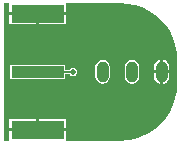
<source format=gtl>
G04*
G04 #@! TF.GenerationSoftware,Altium Limited,CircuitStudio,1.5.2 (30)*
G04*
G04 Layer_Physical_Order=1*
G04 Layer_Color=11767835*
%FSLAX25Y25*%
%MOIN*%
G70*
G01*
G75*
%ADD10R,0.17716X0.05906*%
%ADD11R,0.17716X0.03937*%
%ADD12C,0.00591*%
%ADD13O,0.03937X0.07087*%
%ADD14C,0.01969*%
G36*
X435549Y440084D02*
X437985Y439600D01*
X440337Y438801D01*
X442564Y437703D01*
X444629Y436323D01*
X446497Y434686D01*
X448134Y432818D01*
X449514Y430753D01*
X450612Y428526D01*
X451411Y426174D01*
X451895Y423738D01*
X452057Y421276D01*
X452053Y421260D01*
Y413386D01*
X452057Y413370D01*
X451895Y410908D01*
X451411Y408472D01*
X450612Y406120D01*
X449514Y403893D01*
X448134Y401827D01*
X446497Y399960D01*
X444629Y398323D01*
X442564Y396943D01*
X440337Y395844D01*
X437985Y395046D01*
X435549Y394562D01*
X433087Y394400D01*
X433071Y394403D01*
X414961D01*
Y397433D01*
X405512D01*
X396063D01*
Y394403D01*
X394403D01*
Y440242D01*
X396063D01*
Y437213D01*
X405512D01*
X414961D01*
Y440242D01*
X433071D01*
X433087Y440246D01*
X435549Y440084D01*
D02*
G37*
%LPC*%
G36*
X449432Y416823D02*
X447351D01*
Y413233D01*
X447518Y413255D01*
X448141Y413513D01*
X448676Y413923D01*
X449086Y414458D01*
X449344Y415080D01*
X449432Y415748D01*
Y416823D01*
D02*
G37*
G36*
X427165Y421306D02*
X426244Y421123D01*
X425462Y420601D01*
X424940Y419819D01*
X424757Y418898D01*
Y415748D01*
X424940Y414826D01*
X425462Y414045D01*
X426244Y413523D01*
X427165Y413340D01*
X428087Y413523D01*
X428868Y414045D01*
X429391Y414826D01*
X429574Y415748D01*
Y418898D01*
X429391Y419819D01*
X428868Y420601D01*
X428087Y421123D01*
X427165Y421306D01*
D02*
G37*
G36*
X446350Y416823D02*
X444269D01*
Y415748D01*
X444357Y415080D01*
X444615Y414458D01*
X445025Y413923D01*
X445560Y413513D01*
X446182Y413255D01*
X446350Y413233D01*
Y416823D01*
D02*
G37*
G36*
X405012Y401476D02*
X396063D01*
Y398433D01*
X405012D01*
Y401476D01*
D02*
G37*
G36*
X414961D02*
X406012D01*
Y398433D01*
X414961D01*
Y401476D01*
D02*
G37*
G36*
X437008Y421306D02*
X436086Y421123D01*
X435305Y420601D01*
X434783Y419819D01*
X434599Y418898D01*
Y415748D01*
X434783Y414826D01*
X435305Y414045D01*
X436086Y413523D01*
X437008Y413340D01*
X437930Y413523D01*
X438711Y414045D01*
X439233Y414826D01*
X439416Y415748D01*
Y418898D01*
X439233Y419819D01*
X438711Y420601D01*
X437930Y421123D01*
X437008Y421306D01*
D02*
G37*
G36*
X405012Y436213D02*
X396063D01*
Y433169D01*
X405012D01*
Y436213D01*
D02*
G37*
G36*
X414961D02*
X406012D01*
Y433169D01*
X414961D01*
Y436213D01*
D02*
G37*
G36*
X447351Y421413D02*
Y417823D01*
X449432D01*
Y418898D01*
X449344Y419566D01*
X449086Y420188D01*
X448676Y420723D01*
X448141Y421133D01*
X447518Y421391D01*
X447351Y421413D01*
D02*
G37*
G36*
X414764Y419685D02*
X396260D01*
Y414961D01*
X414764D01*
Y416620D01*
X416135D01*
X416329Y416329D01*
X416785Y416025D01*
X417323Y415918D01*
X417861Y416025D01*
X418316Y416329D01*
X418621Y416785D01*
X418728Y417323D01*
X418621Y417861D01*
X418316Y418316D01*
X417861Y418621D01*
X417323Y418728D01*
X416785Y418621D01*
X416329Y418316D01*
X416135Y418025D01*
X414764D01*
Y419685D01*
D02*
G37*
G36*
X446350Y421413D02*
X446182Y421391D01*
X445560Y421133D01*
X445025Y420723D01*
X444615Y420188D01*
X444357Y419566D01*
X444269Y418898D01*
Y417823D01*
X446350D01*
Y421413D01*
D02*
G37*
%LPD*%
D10*
X405512Y397933D02*
D03*
Y436713D02*
D03*
D11*
Y417323D02*
D03*
D12*
X417323D01*
D13*
X446850D02*
D03*
X437008D02*
D03*
X427165D02*
D03*
D14*
X417323D02*
D03*
M02*

</source>
